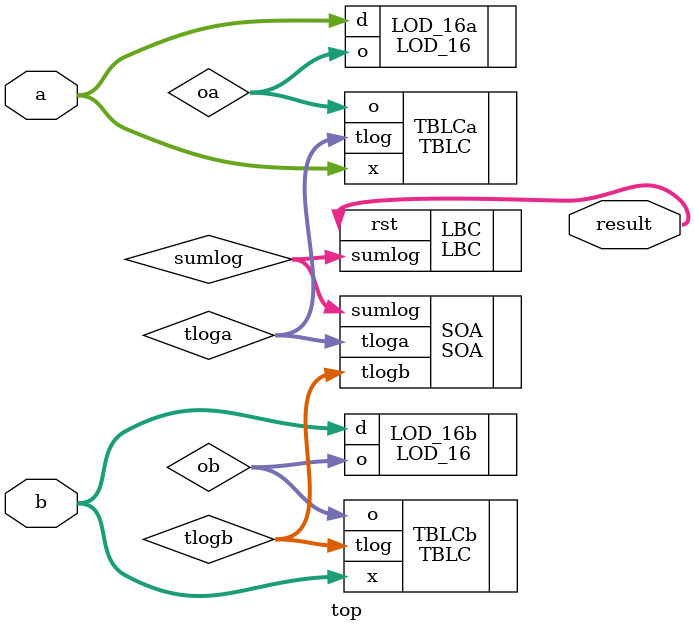
<source format=v>
/* ALM_SOA, M = 11 */
module top
#(parameter
    n     = 16,   //length of original number
    M     = 11
)

(
    input  wire [n-1  :0] a,
    input  wire [n-1  :0] b,

    output wire [2*n-1:0] result
   
);
    wire [15:0] oa, ob;
    wire [16+3-1-M+1:0] tloga, tlogb;
 
    /* a */
    LOD_16 LOD_16a
    (
    .d(a),
    .o(oa)
    );
    TBLC TBLCa (
    .o(oa),
    .x(a),

    .tlog(tloga)
	);
    /* b */
    LOD_16 LOD_16b
    (
    .d(b),
    .o(ob)
    );
    TBLC TBLCb (
    .o(ob),
    .x(b),

    .tlog(tlogb)
	);
    /* adder */
    
    wire [19:0] sumlog;
    SOA SOA
    (
    .tloga(tloga), /* M=11, [8:0] */
    .tlogb(tlogb),

    .sumlog(sumlog)
    );


    LBC LBC(
    .sumlog(sumlog),

    .rst(result)
    );

endmodule

</source>
